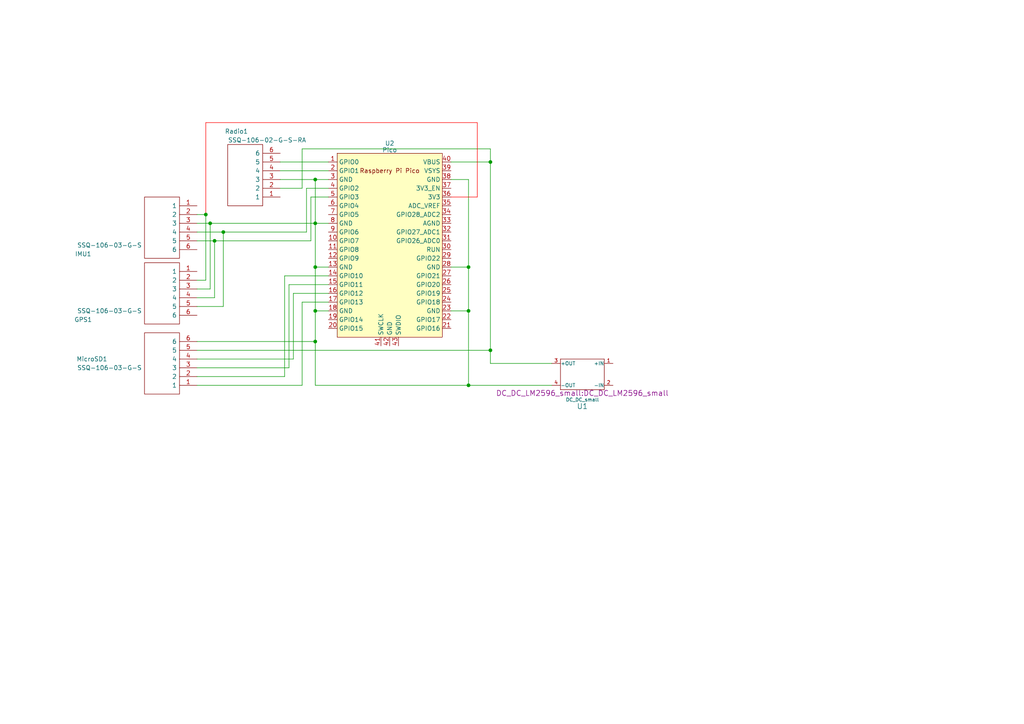
<source format=kicad_sch>
(kicad_sch (version 20230121) (generator eeschema)

  (uuid 44473e5d-0b20-430f-8573-0d77bb11b373)

  (paper "A4")

  (lib_symbols
    (symbol "Custom_dc_dc_small:DC_DC_small" (pin_names (offset 0.0254)) (in_bom yes) (on_board yes)
      (property "Reference" "U" (at 0 7.62 0)
        (effects (font (size 1.524 1.524)))
      )
      (property "Value" "DC_DC_small" (at 0 1.27 0)
        (effects (font (size 0.9906 0.9906)))
      )
      (property "Footprint" "DC_DC_LM2596" (at -1.27 11.43 0)
        (effects (font (size 1.524 1.524)))
      )
      (property "Datasheet" "" (at 0 7.62 0)
        (effects (font (size 1.524 1.524)))
      )
      (symbol "DC_DC_small_0_1"
        (rectangle (start -6.35 5.08) (end -6.35 -3.81)
          (stroke (width 0) (type solid))
          (fill (type none))
        )
        (rectangle (start -6.35 5.08) (end 6.35 5.08)
          (stroke (width 0) (type solid))
          (fill (type none))
        )
        (rectangle (start 6.35 -3.81) (end -6.35 -3.81)
          (stroke (width 0) (type solid))
          (fill (type none))
        )
        (rectangle (start 6.35 5.08) (end 6.35 -3.81)
          (stroke (width 0) (type solid))
          (fill (type none))
        )
      )
      (symbol "DC_DC_small_1_1"
        (pin power_in line (at -8.89 3.81 0) (length 2.54)
          (name "+IN" (effects (font (size 1.016 1.016))))
          (number "1" (effects (font (size 1.016 1.016))))
        )
        (pin power_in line (at -8.89 -2.54 0) (length 2.54)
          (name "-IN" (effects (font (size 1.016 1.016))))
          (number "2" (effects (font (size 1.016 1.016))))
        )
        (pin power_out line (at 8.89 3.81 180) (length 2.54)
          (name "+OUT" (effects (font (size 1.016 1.016))))
          (number "3" (effects (font (size 1.016 1.016))))
        )
        (pin power_in line (at 8.89 -2.54 180) (length 2.54)
          (name "-OUT" (effects (font (size 1.016 1.016))))
          (number "4" (effects (font (size 1.016 1.016))))
        )
      )
    )
    (symbol "MCU_RaspberryPi_and_Boards:Pico" (in_bom yes) (on_board yes)
      (property "Reference" "U" (at -13.97 27.94 0)
        (effects (font (size 1.27 1.27)))
      )
      (property "Value" "Pico" (at 0 19.05 0)
        (effects (font (size 1.27 1.27)))
      )
      (property "Footprint" "RPi_Pico:RPi_Pico_SMD_TH" (at 0 0 90)
        (effects (font (size 1.27 1.27)) hide)
      )
      (property "Datasheet" "" (at 0 0 0)
        (effects (font (size 1.27 1.27)) hide)
      )
      (symbol "Pico_0_0"
        (text "Raspberry Pi Pico" (at 0 21.59 0)
          (effects (font (size 1.27 1.27)))
        )
      )
      (symbol "Pico_0_1"
        (rectangle (start -15.24 26.67) (end 15.24 -26.67)
          (stroke (width 0) (type default))
          (fill (type background))
        )
      )
      (symbol "Pico_1_1"
        (pin bidirectional line (at -17.78 24.13 0) (length 2.54)
          (name "GPIO0" (effects (font (size 1.27 1.27))))
          (number "1" (effects (font (size 1.27 1.27))))
        )
        (pin bidirectional line (at -17.78 1.27 0) (length 2.54)
          (name "GPIO7" (effects (font (size 1.27 1.27))))
          (number "10" (effects (font (size 1.27 1.27))))
        )
        (pin bidirectional line (at -17.78 -1.27 0) (length 2.54)
          (name "GPIO8" (effects (font (size 1.27 1.27))))
          (number "11" (effects (font (size 1.27 1.27))))
        )
        (pin bidirectional line (at -17.78 -3.81 0) (length 2.54)
          (name "GPIO9" (effects (font (size 1.27 1.27))))
          (number "12" (effects (font (size 1.27 1.27))))
        )
        (pin power_in line (at -17.78 -6.35 0) (length 2.54)
          (name "GND" (effects (font (size 1.27 1.27))))
          (number "13" (effects (font (size 1.27 1.27))))
        )
        (pin bidirectional line (at -17.78 -8.89 0) (length 2.54)
          (name "GPIO10" (effects (font (size 1.27 1.27))))
          (number "14" (effects (font (size 1.27 1.27))))
        )
        (pin bidirectional line (at -17.78 -11.43 0) (length 2.54)
          (name "GPIO11" (effects (font (size 1.27 1.27))))
          (number "15" (effects (font (size 1.27 1.27))))
        )
        (pin bidirectional line (at -17.78 -13.97 0) (length 2.54)
          (name "GPIO12" (effects (font (size 1.27 1.27))))
          (number "16" (effects (font (size 1.27 1.27))))
        )
        (pin bidirectional line (at -17.78 -16.51 0) (length 2.54)
          (name "GPIO13" (effects (font (size 1.27 1.27))))
          (number "17" (effects (font (size 1.27 1.27))))
        )
        (pin power_in line (at -17.78 -19.05 0) (length 2.54)
          (name "GND" (effects (font (size 1.27 1.27))))
          (number "18" (effects (font (size 1.27 1.27))))
        )
        (pin bidirectional line (at -17.78 -21.59 0) (length 2.54)
          (name "GPIO14" (effects (font (size 1.27 1.27))))
          (number "19" (effects (font (size 1.27 1.27))))
        )
        (pin bidirectional line (at -17.78 21.59 0) (length 2.54)
          (name "GPIO1" (effects (font (size 1.27 1.27))))
          (number "2" (effects (font (size 1.27 1.27))))
        )
        (pin bidirectional line (at -17.78 -24.13 0) (length 2.54)
          (name "GPIO15" (effects (font (size 1.27 1.27))))
          (number "20" (effects (font (size 1.27 1.27))))
        )
        (pin bidirectional line (at 17.78 -24.13 180) (length 2.54)
          (name "GPIO16" (effects (font (size 1.27 1.27))))
          (number "21" (effects (font (size 1.27 1.27))))
        )
        (pin bidirectional line (at 17.78 -21.59 180) (length 2.54)
          (name "GPIO17" (effects (font (size 1.27 1.27))))
          (number "22" (effects (font (size 1.27 1.27))))
        )
        (pin power_in line (at 17.78 -19.05 180) (length 2.54)
          (name "GND" (effects (font (size 1.27 1.27))))
          (number "23" (effects (font (size 1.27 1.27))))
        )
        (pin bidirectional line (at 17.78 -16.51 180) (length 2.54)
          (name "GPIO18" (effects (font (size 1.27 1.27))))
          (number "24" (effects (font (size 1.27 1.27))))
        )
        (pin bidirectional line (at 17.78 -13.97 180) (length 2.54)
          (name "GPIO19" (effects (font (size 1.27 1.27))))
          (number "25" (effects (font (size 1.27 1.27))))
        )
        (pin bidirectional line (at 17.78 -11.43 180) (length 2.54)
          (name "GPIO20" (effects (font (size 1.27 1.27))))
          (number "26" (effects (font (size 1.27 1.27))))
        )
        (pin bidirectional line (at 17.78 -8.89 180) (length 2.54)
          (name "GPIO21" (effects (font (size 1.27 1.27))))
          (number "27" (effects (font (size 1.27 1.27))))
        )
        (pin power_in line (at 17.78 -6.35 180) (length 2.54)
          (name "GND" (effects (font (size 1.27 1.27))))
          (number "28" (effects (font (size 1.27 1.27))))
        )
        (pin bidirectional line (at 17.78 -3.81 180) (length 2.54)
          (name "GPIO22" (effects (font (size 1.27 1.27))))
          (number "29" (effects (font (size 1.27 1.27))))
        )
        (pin power_in line (at -17.78 19.05 0) (length 2.54)
          (name "GND" (effects (font (size 1.27 1.27))))
          (number "3" (effects (font (size 1.27 1.27))))
        )
        (pin input line (at 17.78 -1.27 180) (length 2.54)
          (name "RUN" (effects (font (size 1.27 1.27))))
          (number "30" (effects (font (size 1.27 1.27))))
        )
        (pin bidirectional line (at 17.78 1.27 180) (length 2.54)
          (name "GPIO26_ADC0" (effects (font (size 1.27 1.27))))
          (number "31" (effects (font (size 1.27 1.27))))
        )
        (pin bidirectional line (at 17.78 3.81 180) (length 2.54)
          (name "GPIO27_ADC1" (effects (font (size 1.27 1.27))))
          (number "32" (effects (font (size 1.27 1.27))))
        )
        (pin power_in line (at 17.78 6.35 180) (length 2.54)
          (name "AGND" (effects (font (size 1.27 1.27))))
          (number "33" (effects (font (size 1.27 1.27))))
        )
        (pin bidirectional line (at 17.78 8.89 180) (length 2.54)
          (name "GPIO28_ADC2" (effects (font (size 1.27 1.27))))
          (number "34" (effects (font (size 1.27 1.27))))
        )
        (pin power_in line (at 17.78 11.43 180) (length 2.54)
          (name "ADC_VREF" (effects (font (size 1.27 1.27))))
          (number "35" (effects (font (size 1.27 1.27))))
        )
        (pin power_in line (at 17.78 13.97 180) (length 2.54)
          (name "3V3" (effects (font (size 1.27 1.27))))
          (number "36" (effects (font (size 1.27 1.27))))
        )
        (pin input line (at 17.78 16.51 180) (length 2.54)
          (name "3V3_EN" (effects (font (size 1.27 1.27))))
          (number "37" (effects (font (size 1.27 1.27))))
        )
        (pin bidirectional line (at 17.78 19.05 180) (length 2.54)
          (name "GND" (effects (font (size 1.27 1.27))))
          (number "38" (effects (font (size 1.27 1.27))))
        )
        (pin power_in line (at 17.78 21.59 180) (length 2.54)
          (name "VSYS" (effects (font (size 1.27 1.27))))
          (number "39" (effects (font (size 1.27 1.27))))
        )
        (pin bidirectional line (at -17.78 16.51 0) (length 2.54)
          (name "GPIO2" (effects (font (size 1.27 1.27))))
          (number "4" (effects (font (size 1.27 1.27))))
        )
        (pin power_in line (at 17.78 24.13 180) (length 2.54)
          (name "VBUS" (effects (font (size 1.27 1.27))))
          (number "40" (effects (font (size 1.27 1.27))))
        )
        (pin input line (at -2.54 -29.21 90) (length 2.54)
          (name "SWCLK" (effects (font (size 1.27 1.27))))
          (number "41" (effects (font (size 1.27 1.27))))
        )
        (pin power_in line (at 0 -29.21 90) (length 2.54)
          (name "GND" (effects (font (size 1.27 1.27))))
          (number "42" (effects (font (size 1.27 1.27))))
        )
        (pin bidirectional line (at 2.54 -29.21 90) (length 2.54)
          (name "SWDIO" (effects (font (size 1.27 1.27))))
          (number "43" (effects (font (size 1.27 1.27))))
        )
        (pin bidirectional line (at -17.78 13.97 0) (length 2.54)
          (name "GPIO3" (effects (font (size 1.27 1.27))))
          (number "5" (effects (font (size 1.27 1.27))))
        )
        (pin bidirectional line (at -17.78 11.43 0) (length 2.54)
          (name "GPIO4" (effects (font (size 1.27 1.27))))
          (number "6" (effects (font (size 1.27 1.27))))
        )
        (pin bidirectional line (at -17.78 8.89 0) (length 2.54)
          (name "GPIO5" (effects (font (size 1.27 1.27))))
          (number "7" (effects (font (size 1.27 1.27))))
        )
        (pin power_in line (at -17.78 6.35 0) (length 2.54)
          (name "GND" (effects (font (size 1.27 1.27))))
          (number "8" (effects (font (size 1.27 1.27))))
        )
        (pin bidirectional line (at -17.78 3.81 0) (length 2.54)
          (name "GPIO6" (effects (font (size 1.27 1.27))))
          (number "9" (effects (font (size 1.27 1.27))))
        )
      )
    )
    (symbol "SSQ-106-02-G-S-RA:SSQ-106-02-G-S-RA" (pin_names (offset 0.762)) (in_bom yes) (on_board yes)
      (property "Reference" "J" (at 16.51 7.62 0)
        (effects (font (size 1.27 1.27)) (justify left))
      )
      (property "Value" "SSQ-106-02-G-S-RA" (at 16.51 5.08 0)
        (effects (font (size 1.27 1.27)) (justify left))
      )
      (property "Footprint" "RHDRRA6W64P254_1X6_1575X851X241P" (at 16.51 2.54 0)
        (effects (font (size 1.27 1.27)) (justify left) hide)
      )
      (property "Datasheet" "http://suddendocs.samtec.com/catalog_english/ssq_th.pdf" (at 16.51 0 0)
        (effects (font (size 1.27 1.27)) (justify left) hide)
      )
      (property "Description" "Samtec SSQ Series 2.54mm 6 Way 1 Row Right Angle PCB Socket Through Hole Board to Board" (at 16.51 -2.54 0)
        (effects (font (size 1.27 1.27)) (justify left) hide)
      )
      (property "Height" "2.41" (at 16.51 -5.08 0)
        (effects (font (size 1.27 1.27)) (justify left) hide)
      )
      (property "Mouser Part Number" "200-SSQ10602GSRA" (at 16.51 -7.62 0)
        (effects (font (size 1.27 1.27)) (justify left) hide)
      )
      (property "Mouser Price/Stock" "https://www.mouser.co.uk/ProductDetail/Samtec/SSQ-106-02-G-S-RA?qs=rU5fayqh%252BE34S8VhbDAmgg%3D%3D" (at 16.51 -10.16 0)
        (effects (font (size 1.27 1.27)) (justify left) hide)
      )
      (property "Manufacturer_Name" "SAMTEC" (at 16.51 -12.7 0)
        (effects (font (size 1.27 1.27)) (justify left) hide)
      )
      (property "Manufacturer_Part_Number" "SSQ-106-02-G-S-RA" (at 16.51 -15.24 0)
        (effects (font (size 1.27 1.27)) (justify left) hide)
      )
      (property "ki_description" "Samtec SSQ Series 2.54mm 6 Way 1 Row Right Angle PCB Socket Through Hole Board to Board" (at 0 0 0)
        (effects (font (size 1.27 1.27)) hide)
      )
      (symbol "SSQ-106-02-G-S-RA_0_0"
        (pin passive line (at 0 0 0) (length 5.08)
          (name "1" (effects (font (size 1.27 1.27))))
          (number "1" (effects (font (size 1.27 1.27))))
        )
        (pin passive line (at 0 -2.54 0) (length 5.08)
          (name "2" (effects (font (size 1.27 1.27))))
          (number "2" (effects (font (size 1.27 1.27))))
        )
        (pin passive line (at 0 -5.08 0) (length 5.08)
          (name "3" (effects (font (size 1.27 1.27))))
          (number "3" (effects (font (size 1.27 1.27))))
        )
        (pin passive line (at 0 -7.62 0) (length 5.08)
          (name "4" (effects (font (size 1.27 1.27))))
          (number "4" (effects (font (size 1.27 1.27))))
        )
        (pin passive line (at 0 -10.16 0) (length 5.08)
          (name "5" (effects (font (size 1.27 1.27))))
          (number "5" (effects (font (size 1.27 1.27))))
        )
        (pin passive line (at 0 -12.7 0) (length 5.08)
          (name "6" (effects (font (size 1.27 1.27))))
          (number "6" (effects (font (size 1.27 1.27))))
        )
      )
      (symbol "SSQ-106-02-G-S-RA_0_1"
        (polyline
          (pts
            (xy 5.08 2.54)
            (xy 15.24 2.54)
            (xy 15.24 -15.24)
            (xy 5.08 -15.24)
            (xy 5.08 2.54)
          )
          (stroke (width 0.1524) (type solid))
          (fill (type none))
        )
      )
    )
    (symbol "SSQ-106-03-G-S:SSQ-106-03-G-S" (pin_names (offset 0.762)) (in_bom yes) (on_board yes)
      (property "Reference" "J" (at 16.51 7.62 0)
        (effects (font (size 1.27 1.27)) (justify left))
      )
      (property "Value" "SSQ-106-03-G-S" (at 16.51 5.08 0)
        (effects (font (size 1.27 1.27)) (justify left))
      )
      (property "Footprint" "RHDR6W64P254_1X6_1575X241X851P" (at 16.51 2.54 0)
        (effects (font (size 1.27 1.27)) (justify left) hide)
      )
      (property "Datasheet" "http://suddendocs.samtec.com/prints/ssq-1xx-xx-xxx-x-xx-xxx-xx-x-mkt.pdf" (at 16.51 0 0)
        (effects (font (size 1.27 1.27)) (justify left) hide)
      )
      (property "Description" "6 Position, .100&quot; Tiger Buy&trade; Socket Strip, Square Tail, Single Row" (at 16.51 -2.54 0)
        (effects (font (size 1.27 1.27)) (justify left) hide)
      )
      (property "Height" "8.51" (at 16.51 -5.08 0)
        (effects (font (size 1.27 1.27)) (justify left) hide)
      )
      (property "Mouser Part Number" "200-SSQ10603GS" (at 16.51 -7.62 0)
        (effects (font (size 1.27 1.27)) (justify left) hide)
      )
      (property "Mouser Price/Stock" "https://www.mouser.co.uk/ProductDetail/Samtec/SSQ-106-03-G-S?qs=rU5fayqh%252BE1Zh2ics08F5Q%3D%3D" (at 16.51 -10.16 0)
        (effects (font (size 1.27 1.27)) (justify left) hide)
      )
      (property "Manufacturer_Name" "SAMTEC" (at 16.51 -12.7 0)
        (effects (font (size 1.27 1.27)) (justify left) hide)
      )
      (property "Manufacturer_Part_Number" "SSQ-106-03-G-S" (at 16.51 -15.24 0)
        (effects (font (size 1.27 1.27)) (justify left) hide)
      )
      (property "ki_description" "6 Position, .100&quot; Tiger Buy&trade; Socket Strip, Square Tail, Single Row" (at 0 0 0)
        (effects (font (size 1.27 1.27)) hide)
      )
      (symbol "SSQ-106-03-G-S_0_0"
        (pin passive line (at 0 0 0) (length 5.08)
          (name "1" (effects (font (size 1.27 1.27))))
          (number "1" (effects (font (size 1.27 1.27))))
        )
        (pin passive line (at 0 -2.54 0) (length 5.08)
          (name "2" (effects (font (size 1.27 1.27))))
          (number "2" (effects (font (size 1.27 1.27))))
        )
        (pin passive line (at 0 -5.08 0) (length 5.08)
          (name "3" (effects (font (size 1.27 1.27))))
          (number "3" (effects (font (size 1.27 1.27))))
        )
        (pin passive line (at 0 -7.62 0) (length 5.08)
          (name "4" (effects (font (size 1.27 1.27))))
          (number "4" (effects (font (size 1.27 1.27))))
        )
        (pin passive line (at 0 -10.16 0) (length 5.08)
          (name "5" (effects (font (size 1.27 1.27))))
          (number "5" (effects (font (size 1.27 1.27))))
        )
        (pin passive line (at 0 -12.7 0) (length 5.08)
          (name "6" (effects (font (size 1.27 1.27))))
          (number "6" (effects (font (size 1.27 1.27))))
        )
      )
      (symbol "SSQ-106-03-G-S_0_1"
        (polyline
          (pts
            (xy 5.08 2.54)
            (xy 15.24 2.54)
            (xy 15.24 -15.24)
            (xy 5.08 -15.24)
            (xy 5.08 2.54)
          )
          (stroke (width 0.1524) (type solid))
          (fill (type none))
        )
      )
    )
  )

  (junction (at 135.89 77.47) (diameter 0) (color 0 0 0 0)
    (uuid 05205d86-a8b4-4cf2-8276-d72ea71a9843)
  )
  (junction (at 60.96 64.77) (diameter 0) (color 0 0 0 0)
    (uuid 05d1333b-33eb-4d31-8b33-79878b99c588)
  )
  (junction (at 142.24 101.6) (diameter 0) (color 0 0 0 0)
    (uuid 0bb9b1a3-d937-4113-9865-26f10e1e6fe0)
  )
  (junction (at 91.44 64.77) (diameter 0) (color 0 0 0 0)
    (uuid 205bf5ae-1785-4f34-81db-e3222ec2f6ca)
  )
  (junction (at 135.89 111.76) (diameter 0) (color 0 0 0 0)
    (uuid 2a0f1dc5-bde2-4d60-b47e-b741aa65b5a6)
  )
  (junction (at 91.44 99.06) (diameter 0) (color 0 0 0 0)
    (uuid 2c56ecec-5662-4a34-b27f-dca9f7b68b77)
  )
  (junction (at 135.89 90.17) (diameter 0) (color 0 0 0 0)
    (uuid 4a3902dc-6b15-4a2e-9cb3-e5dae520c641)
  )
  (junction (at 59.69 62.23) (diameter 0) (color 0 0 0 0)
    (uuid 51fa1c3d-23d5-4cbd-8dc2-dc58c2f94d4b)
  )
  (junction (at 91.44 90.17) (diameter 0) (color 0 0 0 0)
    (uuid 777c6a0f-1589-4ce7-a406-e5099832698e)
  )
  (junction (at 91.44 52.07) (diameter 0) (color 0 0 0 0)
    (uuid 7cee2258-6d3b-4784-bdce-84384cc6f004)
  )
  (junction (at 142.24 46.99) (diameter 0) (color 0 0 0 0)
    (uuid ac1601c2-4767-46b5-8e41-959496e52143)
  )
  (junction (at 64.77 67.31) (diameter 0) (color 0 0 0 0)
    (uuid cbace328-b7e8-453e-a597-8b714b2ffdd1)
  )
  (junction (at 91.44 77.47) (diameter 0) (color 0 0 0 0)
    (uuid dc78e030-b6ef-490f-8976-1c49780d0aab)
  )
  (junction (at 62.23 69.85) (diameter 0) (color 0 0 0 0)
    (uuid e9ecc195-0829-48d1-ab21-f98521e3788b)
  )

  (wire (pts (xy 138.43 35.56) (xy 138.43 57.15))
    (stroke (width 0) (type default) (color 255 0 0 1))
    (uuid 0087b110-a73e-4eaa-b2de-ef19c3fbbd5b)
  )
  (wire (pts (xy 57.15 101.6) (xy 142.24 101.6))
    (stroke (width 0) (type default))
    (uuid 01995690-3401-4cd2-a06c-c9ea2bf478b9)
  )
  (wire (pts (xy 57.15 104.14) (xy 85.09 104.14))
    (stroke (width 0) (type default))
    (uuid 045a7b02-2915-4d0e-b881-13b09dea87fa)
  )
  (wire (pts (xy 57.15 69.85) (xy 62.23 69.85))
    (stroke (width 0) (type default))
    (uuid 09049b37-653d-4824-88cc-86bd11a6574b)
  )
  (wire (pts (xy 88.9 54.61) (xy 95.25 54.61))
    (stroke (width 0) (type default))
    (uuid 0a6c39f5-24db-4c79-82c4-05539a681024)
  )
  (wire (pts (xy 130.81 77.47) (xy 135.89 77.47))
    (stroke (width 0) (type default))
    (uuid 0b768a47-5e61-4d71-b8bc-d9f3056de766)
  )
  (wire (pts (xy 142.24 46.99) (xy 142.24 101.6))
    (stroke (width 0) (type default))
    (uuid 12bc59e9-44dd-4c06-9a87-615e9efe7466)
  )
  (wire (pts (xy 57.15 67.31) (xy 64.77 67.31))
    (stroke (width 0) (type default))
    (uuid 1313d3f9-fe35-4f19-84da-95602bcc5a20)
  )
  (wire (pts (xy 59.69 35.56) (xy 59.69 62.23))
    (stroke (width 0) (type default) (color 255 0 0 1))
    (uuid 1508e52a-b71b-4308-8bd5-23cd81084a9c)
  )
  (wire (pts (xy 81.28 54.61) (xy 87.63 54.61))
    (stroke (width 0) (type default))
    (uuid 21b1c171-3587-4a72-bae6-25628116625d)
  )
  (wire (pts (xy 59.69 62.23) (xy 57.15 62.23))
    (stroke (width 0) (type default))
    (uuid 230b82b3-3cb1-42d5-ace5-64e5c66d21e2)
  )
  (wire (pts (xy 57.15 88.9) (xy 64.77 88.9))
    (stroke (width 0) (type default))
    (uuid 26cd6d9b-30f0-494a-b858-893ed895c2f0)
  )
  (wire (pts (xy 82.55 80.01) (xy 95.25 80.01))
    (stroke (width 0) (type default))
    (uuid 28000bec-5d8a-4fa4-81dc-503cc77396c1)
  )
  (wire (pts (xy 62.23 86.36) (xy 62.23 69.85))
    (stroke (width 0) (type default))
    (uuid 38301362-239d-47b4-9cbf-329ed3f8760a)
  )
  (wire (pts (xy 130.81 57.15) (xy 138.43 57.15))
    (stroke (width 0) (type default) (color 255 0 0 1))
    (uuid 462a72b9-e28b-40f7-8c92-28487d02b307)
  )
  (wire (pts (xy 57.15 64.77) (xy 60.96 64.77))
    (stroke (width 0) (type default))
    (uuid 469cfffe-f9ef-4920-a168-79c03c78bddd)
  )
  (wire (pts (xy 60.96 64.77) (xy 91.44 64.77))
    (stroke (width 0) (type default))
    (uuid 5044720d-4bb4-4ac8-8f9a-07dca2e70d9d)
  )
  (wire (pts (xy 85.09 85.09) (xy 95.25 85.09))
    (stroke (width 0) (type default))
    (uuid 50e1c489-3594-496e-b948-205be5fe777b)
  )
  (wire (pts (xy 90.17 69.85) (xy 90.17 57.15))
    (stroke (width 0) (type default))
    (uuid 558ba8f7-c868-480e-b04f-808bf4d1b107)
  )
  (wire (pts (xy 142.24 43.18) (xy 142.24 46.99))
    (stroke (width 0) (type default))
    (uuid 5c5fb55c-bcd5-4d85-9d43-0fef6c763930)
  )
  (wire (pts (xy 130.81 46.99) (xy 142.24 46.99))
    (stroke (width 0) (type default))
    (uuid 606dccaf-b239-495f-86ca-77e088cf1534)
  )
  (wire (pts (xy 57.15 99.06) (xy 91.44 99.06))
    (stroke (width 0) (type default))
    (uuid 61f5a7a7-bfac-4b47-a783-1c0d957b9759)
  )
  (wire (pts (xy 142.24 101.6) (xy 142.24 105.41))
    (stroke (width 0) (type default))
    (uuid 61fd6de6-e535-4531-aba1-e3448fcc0fd3)
  )
  (wire (pts (xy 62.23 69.85) (xy 90.17 69.85))
    (stroke (width 0) (type default))
    (uuid 637965dd-3c68-4cf7-9300-77b1c3d9b084)
  )
  (wire (pts (xy 91.44 52.07) (xy 95.25 52.07))
    (stroke (width 0) (type default))
    (uuid 6b8f744e-e546-4adc-9518-8893a0a999a6)
  )
  (wire (pts (xy 57.15 109.22) (xy 82.55 109.22))
    (stroke (width 0) (type default))
    (uuid 6beb6188-3880-4061-b676-9b079bf57be4)
  )
  (wire (pts (xy 57.15 81.28) (xy 59.69 81.28))
    (stroke (width 0) (type default))
    (uuid 6ee9bea4-8223-4155-99ee-07a4ff8828d0)
  )
  (wire (pts (xy 64.77 67.31) (xy 88.9 67.31))
    (stroke (width 0) (type default))
    (uuid 703aa68a-294e-40fc-a824-d2c20924849e)
  )
  (wire (pts (xy 91.44 64.77) (xy 95.25 64.77))
    (stroke (width 0) (type default))
    (uuid 72591479-c507-4880-9135-7c534d5ebbde)
  )
  (wire (pts (xy 57.15 106.68) (xy 83.82 106.68))
    (stroke (width 0) (type default))
    (uuid 736d1843-9581-4712-b945-106de72edef9)
  )
  (wire (pts (xy 142.24 105.41) (xy 160.02 105.41))
    (stroke (width 0) (type default))
    (uuid 7517bbaa-79d1-41c3-9202-0b7881d310b0)
  )
  (wire (pts (xy 90.17 57.15) (xy 95.25 57.15))
    (stroke (width 0) (type default))
    (uuid 7f4a0f39-c709-4923-8907-6eb752bd95cc)
  )
  (wire (pts (xy 87.63 43.18) (xy 142.24 43.18))
    (stroke (width 0) (type default))
    (uuid 85f3dfb2-c455-4520-bfe3-c48e491d568d)
  )
  (wire (pts (xy 57.15 111.76) (xy 87.63 111.76))
    (stroke (width 0) (type default))
    (uuid 87978e62-a81b-4150-af1e-757fdd14c0e2)
  )
  (wire (pts (xy 135.89 52.07) (xy 135.89 77.47))
    (stroke (width 0) (type default))
    (uuid 8c6eba1d-1cd7-4004-9e53-ae1515c16e7d)
  )
  (wire (pts (xy 85.09 104.14) (xy 85.09 85.09))
    (stroke (width 0) (type default))
    (uuid 8fa64166-3fb4-4a92-a21a-caffd0260d6f)
  )
  (wire (pts (xy 91.44 52.07) (xy 91.44 64.77))
    (stroke (width 0) (type default))
    (uuid 902fd6e6-f017-4287-b607-714bce297787)
  )
  (wire (pts (xy 135.89 90.17) (xy 135.89 111.76))
    (stroke (width 0) (type default))
    (uuid 91bdc7f9-8e26-42ad-904e-98e7a18862b3)
  )
  (wire (pts (xy 83.82 106.68) (xy 83.82 82.55))
    (stroke (width 0) (type default))
    (uuid 959597cb-e2d0-4607-b6fa-63cf40f527d2)
  )
  (wire (pts (xy 91.44 90.17) (xy 95.25 90.17))
    (stroke (width 0) (type default))
    (uuid 9b3087e0-29a1-4a5e-935d-c239227cae8c)
  )
  (wire (pts (xy 81.28 49.53) (xy 95.25 49.53))
    (stroke (width 0) (type default))
    (uuid 9e78f833-8682-431b-9f0a-4c7134462faf)
  )
  (wire (pts (xy 60.96 83.82) (xy 60.96 64.77))
    (stroke (width 0) (type default))
    (uuid 9ecc745f-164e-4d6e-9dbf-d03b16487b80)
  )
  (wire (pts (xy 130.81 90.17) (xy 135.89 90.17))
    (stroke (width 0) (type default))
    (uuid 9ee506a0-1006-4421-be7d-da4883282d6b)
  )
  (wire (pts (xy 64.77 88.9) (xy 64.77 67.31))
    (stroke (width 0) (type default))
    (uuid a0263563-cfd2-458a-bc8d-e08930020ff8)
  )
  (wire (pts (xy 91.44 77.47) (xy 95.25 77.47))
    (stroke (width 0) (type default))
    (uuid a3651746-e0b1-4cc7-8d80-55d4d9e98ddd)
  )
  (wire (pts (xy 87.63 87.63) (xy 95.25 87.63))
    (stroke (width 0) (type default))
    (uuid aad8a6c2-c54c-4193-81d6-3f71f5bb42a4)
  )
  (wire (pts (xy 57.15 83.82) (xy 60.96 83.82))
    (stroke (width 0) (type default))
    (uuid ae7908a3-e736-4865-a6b4-4928365271e6)
  )
  (wire (pts (xy 91.44 77.47) (xy 91.44 90.17))
    (stroke (width 0) (type default))
    (uuid b829f39f-6345-4687-828a-f844e257007b)
  )
  (wire (pts (xy 91.44 111.76) (xy 135.89 111.76))
    (stroke (width 0) (type default))
    (uuid b9194605-2716-4ffe-9865-77fb08975bb6)
  )
  (wire (pts (xy 81.28 52.07) (xy 91.44 52.07))
    (stroke (width 0) (type default))
    (uuid bf675552-7fe9-4e83-9a10-e67731e25865)
  )
  (wire (pts (xy 59.69 81.28) (xy 59.69 62.23))
    (stroke (width 0) (type default))
    (uuid c2c25d93-0ce5-4cbc-a13d-16fcca69a391)
  )
  (wire (pts (xy 91.44 64.77) (xy 91.44 77.47))
    (stroke (width 0) (type default))
    (uuid c8611388-4fa8-469d-9d32-fb4d7be71e69)
  )
  (wire (pts (xy 82.55 109.22) (xy 82.55 80.01))
    (stroke (width 0) (type default))
    (uuid c913a2c3-288c-4251-bf95-119af4ff0918)
  )
  (wire (pts (xy 57.15 86.36) (xy 62.23 86.36))
    (stroke (width 0) (type default))
    (uuid d9a2bffe-cfe3-4864-b644-ca8cf14a15c8)
  )
  (wire (pts (xy 59.69 35.56) (xy 138.43 35.56))
    (stroke (width 0) (type default) (color 255 0 0 1))
    (uuid ddd45733-b332-423e-9c00-8bcfb52ca540)
  )
  (wire (pts (xy 135.89 111.76) (xy 160.02 111.76))
    (stroke (width 0) (type default))
    (uuid de9886c6-38b0-42df-a705-a6234ac1429f)
  )
  (wire (pts (xy 87.63 111.76) (xy 87.63 87.63))
    (stroke (width 0) (type default))
    (uuid e0adac6c-5b62-4976-847f-ca44d6b6fb71)
  )
  (wire (pts (xy 88.9 67.31) (xy 88.9 54.61))
    (stroke (width 0) (type default))
    (uuid e41752b7-3da0-4f0c-83c7-c90190ab4b68)
  )
  (wire (pts (xy 81.28 46.99) (xy 95.25 46.99))
    (stroke (width 0) (type default))
    (uuid ecd6384b-90d6-4a1e-839d-cc86e70dcbfd)
  )
  (wire (pts (xy 83.82 82.55) (xy 95.25 82.55))
    (stroke (width 0) (type default))
    (uuid ed11f4a5-1ded-4b32-9dae-9a899f7cfc4b)
  )
  (wire (pts (xy 91.44 99.06) (xy 91.44 111.76))
    (stroke (width 0) (type default))
    (uuid f1a505b9-b2cf-49e3-b1e0-d857eef66931)
  )
  (wire (pts (xy 87.63 43.18) (xy 87.63 54.61))
    (stroke (width 0) (type default))
    (uuid f87f6cf7-ed13-4a47-9aed-24e3654bfb69)
  )
  (wire (pts (xy 130.81 52.07) (xy 135.89 52.07))
    (stroke (width 0) (type default))
    (uuid f8a7dd9b-9fbf-4d30-98c8-74b94757d8d8)
  )
  (wire (pts (xy 135.89 77.47) (xy 135.89 90.17))
    (stroke (width 0) (type default))
    (uuid fc4a5fee-9936-4204-99e8-adaae59cffd3)
  )
  (wire (pts (xy 91.44 90.17) (xy 91.44 99.06))
    (stroke (width 0) (type default))
    (uuid fd657f61-4af9-4309-8da5-1b80d39801f6)
  )

  (symbol (lib_id "SSQ-106-03-G-S:SSQ-106-03-G-S") (at 57.15 59.69 0) (mirror y) (unit 1)
    (in_bom yes) (on_board yes) (dnp no)
    (uuid 14681d82-5870-42e9-9c17-a3997a58e6c6)
    (property "Reference" "IMU1" (at 24.13 73.66 0)
      (effects (font (size 1.27 1.27)))
    )
    (property "Value" "SSQ-106-03-G-S" (at 31.75 71.12 0)
      (effects (font (size 1.27 1.27)))
    )
    (property "Footprint" "RHDR6W64P254_1X6_1575X241X851P" (at 40.64 57.15 0)
      (effects (font (size 1.27 1.27)) (justify left) hide)
    )
    (property "Datasheet" "http://suddendocs.samtec.com/prints/ssq-1xx-xx-xxx-x-xx-xxx-xx-x-mkt.pdf" (at 40.64 59.69 0)
      (effects (font (size 1.27 1.27)) (justify left) hide)
    )
    (property "Description" "6 Position, .100&quot; Tiger Buy&trade; Socket Strip, Square Tail, Single Row" (at 40.64 62.23 0)
      (effects (font (size 1.27 1.27)) (justify left) hide)
    )
    (property "Height" "8.51" (at 40.64 64.77 0)
      (effects (font (size 1.27 1.27)) (justify left) hide)
    )
    (property "Mouser Part Number" "200-SSQ10603GS" (at 40.64 67.31 0)
      (effects (font (size 1.27 1.27)) (justify left) hide)
    )
    (property "Mouser Price/Stock" "https://www.mouser.co.uk/ProductDetail/Samtec/SSQ-106-03-G-S?qs=rU5fayqh%252BE1Zh2ics08F5Q%3D%3D" (at 40.64 69.85 0)
      (effects (font (size 1.27 1.27)) (justify left) hide)
    )
    (property "Manufacturer_Name" "SAMTEC" (at 40.64 72.39 0)
      (effects (font (size 1.27 1.27)) (justify left) hide)
    )
    (property "Manufacturer_Part_Number" "SSQ-106-03-G-S" (at 40.64 74.93 0)
      (effects (font (size 1.27 1.27)) (justify left) hide)
    )
    (pin "1" (uuid c08fe865-66c5-48a5-b1d8-252a13521423))
    (pin "2" (uuid 8f4932de-a4e9-4465-958d-55ae296346d3))
    (pin "3" (uuid 15606ad7-7ae1-4d35-a3f9-6c9ef64a3cb9))
    (pin "4" (uuid 97521c51-96e7-4247-8dee-9b756b64b853))
    (pin "5" (uuid 2d0d05db-efc5-44af-b125-641af20ebfb0))
    (pin "6" (uuid f7c1668f-ecc6-4711-b219-e98865c50c1c))
    (instances
      (project "PCB_Layout"
        (path "/44473e5d-0b20-430f-8573-0d77bb11b373"
          (reference "IMU1") (unit 1)
        )
      )
    )
  )

  (symbol (lib_id "SSQ-106-02-G-S-RA:SSQ-106-02-G-S-RA") (at 81.28 57.15 180) (unit 1)
    (in_bom yes) (on_board yes) (dnp no)
    (uuid 27f6e942-f588-4a9f-8ad4-bee32bfcc19d)
    (property "Reference" "Radio1" (at 68.58 38.1 0)
      (effects (font (size 1.27 1.27)))
    )
    (property "Value" "SSQ-106-02-G-S-RA" (at 77.47 40.64 0)
      (effects (font (size 1.27 1.27)))
    )
    (property "Footprint" "RHDRRA6W64P254_1X6_1575X851X241P" (at 64.77 59.69 0)
      (effects (font (size 1.27 1.27)) (justify left) hide)
    )
    (property "Datasheet" "http://suddendocs.samtec.com/catalog_english/ssq_th.pdf" (at 64.77 57.15 0)
      (effects (font (size 1.27 1.27)) (justify left) hide)
    )
    (property "Description" "Samtec SSQ Series 2.54mm 6 Way 1 Row Right Angle PCB Socket Through Hole Board to Board" (at 64.77 54.61 0)
      (effects (font (size 1.27 1.27)) (justify left) hide)
    )
    (property "Height" "2.41" (at 64.77 52.07 0)
      (effects (font (size 1.27 1.27)) (justify left) hide)
    )
    (property "Mouser Part Number" "200-SSQ10602GSRA" (at 64.77 49.53 0)
      (effects (font (size 1.27 1.27)) (justify left) hide)
    )
    (property "Mouser Price/Stock" "https://www.mouser.co.uk/ProductDetail/Samtec/SSQ-106-02-G-S-RA?qs=rU5fayqh%252BE34S8VhbDAmgg%3D%3D" (at 64.77 46.99 0)
      (effects (font (size 1.27 1.27)) (justify left) hide)
    )
    (property "Manufacturer_Name" "SAMTEC" (at 64.77 44.45 0)
      (effects (font (size 1.27 1.27)) (justify left) hide)
    )
    (property "Manufacturer_Part_Number" "SSQ-106-02-G-S-RA" (at 64.77 41.91 0)
      (effects (font (size 1.27 1.27)) (justify left) hide)
    )
    (pin "1" (uuid 159db080-5392-47de-b46e-87917daf7f70))
    (pin "2" (uuid f27121b1-ca50-405c-91f7-126f42d9ac09))
    (pin "3" (uuid 861eafeb-2d04-49e0-b5e9-01ae291cff1b))
    (pin "4" (uuid e78c1d90-1dba-4a8f-b5a8-bb778ce9a6b8))
    (pin "5" (uuid 24196b5b-4328-4c97-98f3-b69c21549465))
    (pin "6" (uuid 48bb5c68-5fd9-46d5-96dc-1fba5b83b551))
    (instances
      (project "PCB_Layout"
        (path "/44473e5d-0b20-430f-8573-0d77bb11b373"
          (reference "Radio1") (unit 1)
        )
      )
    )
  )

  (symbol (lib_id "MCU_RaspberryPi_and_Boards:Pico") (at 113.03 71.12 0) (unit 1)
    (in_bom yes) (on_board yes) (dnp no) (fields_autoplaced)
    (uuid 3cd0832b-24f2-484a-a051-5f48bd70a87b)
    (property "Reference" "U2" (at 113.03 41.5671 0)
      (effects (font (size 1.27 1.27)))
    )
    (property "Value" "Pico" (at 113.03 43.4881 0)
      (effects (font (size 1.27 1.27)))
    )
    (property "Footprint" "MCU_RaspberryPi_and_Boards:RPi_Pico_SMD_TH" (at 113.03 71.12 90)
      (effects (font (size 1.27 1.27)) hide)
    )
    (property "Datasheet" "" (at 113.03 71.12 0)
      (effects (font (size 1.27 1.27)) hide)
    )
    (pin "1" (uuid 7bbc5944-4d7b-469b-a9c9-15908e8b1b76))
    (pin "10" (uuid dc51c9b4-d955-49c2-a491-622259894cc0))
    (pin "11" (uuid 5c4ec1ed-04f9-4eff-9a9b-f6ac7e3f8fcb))
    (pin "12" (uuid c93f698c-a192-4b8a-b311-6b86e7c62d39))
    (pin "13" (uuid f30dcdf3-d782-419b-af6d-d99ad38a25e4))
    (pin "14" (uuid f64e8f2e-7463-48a5-a4e5-dce63406cf39))
    (pin "15" (uuid 8824a42c-f382-4572-b797-62eafcb6271e))
    (pin "16" (uuid 010ca626-ae59-42bb-8324-aacbffe3caa1))
    (pin "17" (uuid 9ad6136c-cf4f-4a04-a19d-c2a4efa914e6))
    (pin "18" (uuid 0bcb6f70-aefb-4d0d-af37-b6fbb1204280))
    (pin "19" (uuid b58a683b-1f28-46ca-ba38-4bf18dede229))
    (pin "2" (uuid 0da83e3d-2a9c-4226-9433-1c86041fe470))
    (pin "20" (uuid bc91089c-a15b-475c-b58c-cbf20c036d13))
    (pin "21" (uuid 419b03f5-3273-4072-a94c-b9ddae499f6f))
    (pin "22" (uuid e2809562-a455-4af4-9f14-9a159c98ce60))
    (pin "23" (uuid 15f41994-93f3-41ae-8d21-0d092525a37f))
    (pin "24" (uuid 38f6ac30-fe9a-481a-89d6-d78af574b3a9))
    (pin "25" (uuid 0ee04825-3b70-4af8-9fad-37663a39f3ad))
    (pin "26" (uuid 6f732f5d-6780-416f-a424-62934aee1648))
    (pin "27" (uuid 6a9daa0f-5be3-4731-be47-ff21d0cc4f47))
    (pin "28" (uuid 2a6bab56-f318-403f-b95f-8baaac788634))
    (pin "29" (uuid ebc299da-07b1-4b4f-b7c2-a2f870a91463))
    (pin "3" (uuid 43192c00-b0c7-41ca-b2c9-8ff8fa392187))
    (pin "30" (uuid 8dee095a-5f76-44ef-ab9f-b4bc4fe13a16))
    (pin "31" (uuid 5a87a37d-cf53-4c24-a7b6-9fa1d3c2bcf5))
    (pin "32" (uuid 0b247a78-893b-4536-9fe1-fbf69942e94a))
    (pin "33" (uuid 6b56bcad-47a1-41f7-bb6d-66de8c5b3f3e))
    (pin "34" (uuid 96aa7114-e0f2-4fa1-98a5-6a039262e047))
    (pin "35" (uuid 9e969c6f-93bb-468a-a7be-270131106ba0))
    (pin "36" (uuid 5e8c4a87-85a4-4c3b-a846-1875a1aaaa5d))
    (pin "37" (uuid d40683e5-50ed-4314-96e6-269e828e62c4))
    (pin "38" (uuid e93c336e-7a19-4cdb-bcff-bedae8897949))
    (pin "39" (uuid 9b071957-7887-49e9-8b5c-c22a29000fa4))
    (pin "4" (uuid 976f74c0-620e-4d21-88d2-1791c82faa5a))
    (pin "40" (uuid 7acbdd06-77ee-4ea7-a4cd-fb2c3e18e9bf))
    (pin "41" (uuid a9eec790-de97-4520-8d83-c28ba4c899a4))
    (pin "42" (uuid 513510ff-787b-4769-9fbd-66d43044fc72))
    (pin "43" (uuid 0360169e-7f31-4028-9ec6-08c72fc5f257))
    (pin "5" (uuid de5a12b4-4476-42e1-95ff-05a403ecf30a))
    (pin "6" (uuid f431b51c-a0ed-4960-887b-b75117db2b05))
    (pin "7" (uuid da2532fa-b56d-4251-8406-6bf4dc058d38))
    (pin "8" (uuid 0e09a00d-e640-404e-9b38-b6f0a6990f80))
    (pin "9" (uuid 05a60cee-9254-458c-b983-cf22cc6a3977))
    (instances
      (project "PCB_Layout"
        (path "/44473e5d-0b20-430f-8573-0d77bb11b373"
          (reference "U2") (unit 1)
        )
      )
    )
  )

  (symbol (lib_id "Custom_dc_dc_small:DC_DC_small") (at 168.91 109.22 0) (mirror y) (unit 1)
    (in_bom yes) (on_board yes) (dnp no)
    (uuid 4f9f4b4f-28c7-4b2d-b06f-888a2182024e)
    (property "Reference" "U1" (at 168.91 117.8403 0)
      (effects (font (size 1.524 1.524)))
    )
    (property "Value" "DC_DC_small" (at 168.91 115.9361 0)
      (effects (font (size 0.9906 0.9906)))
    )
    (property "Footprint" "DC_DC_LM2596_small:DC_DC_LM2596_small" (at 168.91 114.0319 0)
      (effects (font (size 1.524 1.524)))
    )
    (property "Datasheet" "" (at 168.91 101.6 0)
      (effects (font (size 1.524 1.524)))
    )
    (pin "1" (uuid f93480f0-bd81-4456-950c-e1f93cd2b416))
    (pin "2" (uuid a7e07bd6-acff-4dc6-a0aa-561521bae723))
    (pin "3" (uuid a035b861-cbfe-415b-98f9-e8a5d4363e43))
    (pin "4" (uuid f1e075a4-ad7a-496f-88cb-075500382ed2))
    (instances
      (project "PCB_Layout"
        (path "/44473e5d-0b20-430f-8573-0d77bb11b373"
          (reference "U1") (unit 1)
        )
      )
    )
  )

  (symbol (lib_id "SSQ-106-03-G-S:SSQ-106-03-G-S") (at 57.15 111.76 180) (unit 1)
    (in_bom yes) (on_board yes) (dnp no)
    (uuid c4407543-94db-41e1-9608-c4aa58c72250)
    (property "Reference" "MicroSD1" (at 26.67 104.14 0)
      (effects (font (size 1.27 1.27)))
    )
    (property "Value" "SSQ-106-03-G-S" (at 31.75 106.68 0)
      (effects (font (size 1.27 1.27)))
    )
    (property "Footprint" "RHDR6W64P254_1X6_1575X241X851P" (at 40.64 114.3 0)
      (effects (font (size 1.27 1.27)) (justify left) hide)
    )
    (property "Datasheet" "http://suddendocs.samtec.com/prints/ssq-1xx-xx-xxx-x-xx-xxx-xx-x-mkt.pdf" (at 40.64 111.76 0)
      (effects (font (size 1.27 1.27)) (justify left) hide)
    )
    (property "Description" "6 Position, .100&quot; Tiger Buy&trade; Socket Strip, Square Tail, Single Row" (at 40.64 109.22 0)
      (effects (font (size 1.27 1.27)) (justify left) hide)
    )
    (property "Height" "8.51" (at 40.64 106.68 0)
      (effects (font (size 1.27 1.27)) (justify left) hide)
    )
    (property "Mouser Part Number" "200-SSQ10603GS" (at 40.64 104.14 0)
      (effects (font (size 1.27 1.27)) (justify left) hide)
    )
    (property "Mouser Price/Stock" "https://www.mouser.co.uk/ProductDetail/Samtec/SSQ-106-03-G-S?qs=rU5fayqh%252BE1Zh2ics08F5Q%3D%3D" (at 40.64 101.6 0)
      (effects (font (size 1.27 1.27)) (justify left) hide)
    )
    (property "Manufacturer_Name" "SAMTEC" (at 40.64 99.06 0)
      (effects (font (size 1.27 1.27)) (justify left) hide)
    )
    (property "Manufacturer_Part_Number" "SSQ-106-03-G-S" (at 40.64 96.52 0)
      (effects (font (size 1.27 1.27)) (justify left) hide)
    )
    (pin "1" (uuid ab48ffc2-56a7-4c26-9a97-9405d5e0d817))
    (pin "2" (uuid ba017dce-9f12-406c-aefa-74fbad50a389))
    (pin "3" (uuid e40be90f-26d3-4eb4-8ee3-7705e57a25a0))
    (pin "4" (uuid 2f644c97-816f-470c-8dd3-0fac11a4caed))
    (pin "5" (uuid cbcc3007-9f0d-429a-9748-1e7c966f6036))
    (pin "6" (uuid 7bc6411b-9814-49b5-87a5-c69e9508500e))
    (instances
      (project "PCB_Layout"
        (path "/44473e5d-0b20-430f-8573-0d77bb11b373"
          (reference "MicroSD1") (unit 1)
        )
      )
    )
  )

  (symbol (lib_id "SSQ-106-03-G-S:SSQ-106-03-G-S") (at 57.15 78.74 0) (mirror y) (unit 1)
    (in_bom yes) (on_board yes) (dnp no)
    (uuid ed8445a3-6e52-4bb4-8fb0-c31d3f85fb45)
    (property "Reference" "GPS1" (at 24.13 92.71 0)
      (effects (font (size 1.27 1.27)))
    )
    (property "Value" "SSQ-106-03-G-S" (at 31.75 90.17 0)
      (effects (font (size 1.27 1.27)))
    )
    (property "Footprint" "RHDR6W64P254_1X6_1575X241X851P" (at 40.64 76.2 0)
      (effects (font (size 1.27 1.27)) (justify left) hide)
    )
    (property "Datasheet" "http://suddendocs.samtec.com/prints/ssq-1xx-xx-xxx-x-xx-xxx-xx-x-mkt.pdf" (at 40.64 78.74 0)
      (effects (font (size 1.27 1.27)) (justify left) hide)
    )
    (property "Description" "6 Position, .100&quot; Tiger Buy&trade; Socket Strip, Square Tail, Single Row" (at 40.64 81.28 0)
      (effects (font (size 1.27 1.27)) (justify left) hide)
    )
    (property "Height" "8.51" (at 40.64 83.82 0)
      (effects (font (size 1.27 1.27)) (justify left) hide)
    )
    (property "Mouser Part Number" "200-SSQ10603GS" (at 40.64 86.36 0)
      (effects (font (size 1.27 1.27)) (justify left) hide)
    )
    (property "Mouser Price/Stock" "https://www.mouser.co.uk/ProductDetail/Samtec/SSQ-106-03-G-S?qs=rU5fayqh%252BE1Zh2ics08F5Q%3D%3D" (at 40.64 88.9 0)
      (effects (font (size 1.27 1.27)) (justify left) hide)
    )
    (property "Manufacturer_Name" "SAMTEC" (at 40.64 91.44 0)
      (effects (font (size 1.27 1.27)) (justify left) hide)
    )
    (property "Manufacturer_Part_Number" "SSQ-106-03-G-S" (at 40.64 93.98 0)
      (effects (font (size 1.27 1.27)) (justify left) hide)
    )
    (pin "1" (uuid 4c86de2e-8bbd-40e4-96ff-ef833f14f070))
    (pin "2" (uuid 3ff7d2a5-c682-489f-9f39-c24cdbad0ed4))
    (pin "3" (uuid eb837b14-9123-4fb4-a818-5d39097208f8))
    (pin "4" (uuid 86e709d2-9aaf-4030-a6b7-f16a9ae5da60))
    (pin "5" (uuid cbec5ca0-2576-416a-a568-a59f97345d2c))
    (pin "6" (uuid 25fe7911-81fb-490e-9c19-b21adb2b3ed4))
    (instances
      (project "PCB_Layout"
        (path "/44473e5d-0b20-430f-8573-0d77bb11b373"
          (reference "GPS1") (unit 1)
        )
      )
    )
  )

  (sheet_instances
    (path "/" (page "1"))
  )
)

</source>
